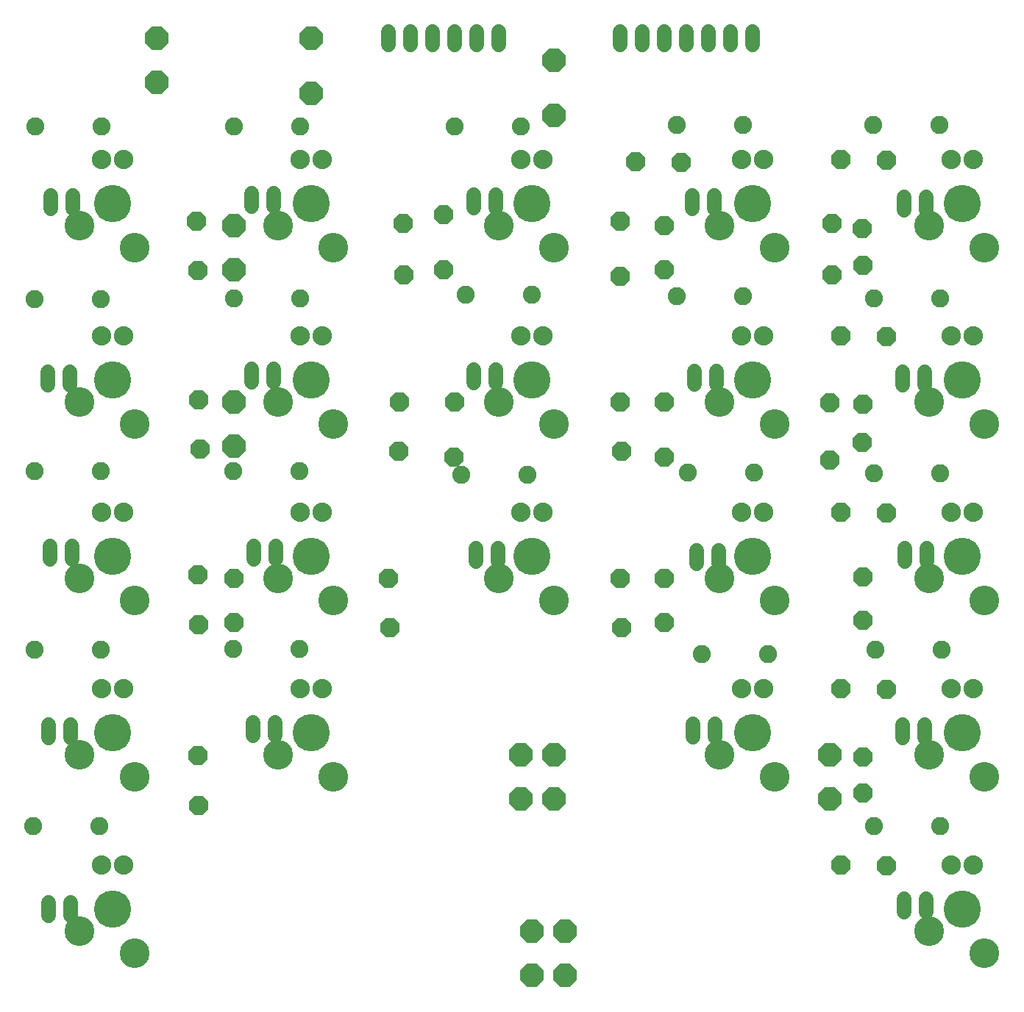
<source format=gbr>
G04 EAGLE Gerber RS-274X export*
G75*
%MOMM*%
%FSLAX34Y34*%
%LPD*%
%INSoldermask Bottom*%
%IPPOS*%
%AMOC8*
5,1,8,0,0,1.08239X$1,22.5*%
G01*
%ADD10C,1.727200*%
%ADD11C,2.082800*%
%ADD12C,4.292600*%
%ADD13C,2.235200*%
%ADD14C,3.429000*%
%ADD15P,2.384722X8X22.500000*%
%ADD16P,2.925917X8X22.500000*%


D10*
X1064260Y527050D02*
X1064260Y542290D01*
X1089660Y542290D02*
X1089660Y527050D01*
X567690Y732790D02*
X567690Y748030D01*
X593090Y748030D02*
X593090Y732790D01*
X567690Y934720D02*
X567690Y949960D01*
X593090Y949960D02*
X593090Y934720D01*
X312420Y935990D02*
X312420Y951230D01*
X337820Y951230D02*
X337820Y935990D01*
X312420Y749300D02*
X312420Y734060D01*
X337820Y734060D02*
X337820Y749300D01*
X314960Y544830D02*
X314960Y529590D01*
X340360Y529590D02*
X340360Y544830D01*
X313690Y341630D02*
X313690Y326390D01*
X339090Y326390D02*
X339090Y341630D01*
X820420Y340360D02*
X820420Y325120D01*
X845820Y325120D02*
X845820Y340360D01*
X1061720Y730250D02*
X1061720Y745490D01*
X1087120Y745490D02*
X1087120Y730250D01*
X1062990Y932180D02*
X1062990Y947420D01*
X1088390Y947420D02*
X1088390Y932180D01*
X1062990Y138430D02*
X1062990Y123190D01*
X1088390Y123190D02*
X1088390Y138430D01*
X1061720Y323850D02*
X1061720Y339090D01*
X1087120Y339090D02*
X1087120Y323850D01*
X819150Y933450D02*
X819150Y948690D01*
X844550Y948690D02*
X844550Y933450D01*
X821690Y746760D02*
X821690Y731520D01*
X847090Y731520D02*
X847090Y746760D01*
X824230Y539750D02*
X824230Y524510D01*
X849630Y524510D02*
X849630Y539750D01*
X570230Y542290D02*
X570230Y527050D01*
X595630Y527050D02*
X595630Y542290D01*
D11*
X1029970Y425450D03*
X1106170Y425450D03*
X1028700Y222250D03*
X1104900Y222250D03*
X1028700Y628650D03*
X1104900Y628650D03*
X1028700Y830580D03*
X1104900Y830580D03*
X1027430Y1029970D03*
X1103630Y1029970D03*
D12*
X1130300Y939800D03*
D13*
X1117600Y990600D03*
X1143000Y990600D03*
D14*
X1092200Y914400D03*
X1155700Y889000D03*
D12*
X381000Y533400D03*
D13*
X368300Y584200D03*
X393700Y584200D03*
D14*
X342900Y508000D03*
X406400Y482600D03*
D12*
X635000Y533400D03*
D13*
X622300Y584200D03*
X647700Y584200D03*
D14*
X596900Y508000D03*
X660400Y482600D03*
D12*
X889000Y533400D03*
D13*
X876300Y584200D03*
X901700Y584200D03*
D14*
X850900Y508000D03*
X914400Y482600D03*
D12*
X1130300Y533400D03*
D13*
X1117600Y584200D03*
X1143000Y584200D03*
D14*
X1092200Y508000D03*
X1155700Y482600D03*
D12*
X1130300Y127000D03*
D13*
X1117600Y177800D03*
X1143000Y177800D03*
D14*
X1092200Y101600D03*
X1155700Y76200D03*
D12*
X889000Y330200D03*
D13*
X876300Y381000D03*
X901700Y381000D03*
D14*
X850900Y304800D03*
X914400Y279400D03*
D12*
X1130300Y330200D03*
D13*
X1117600Y381000D03*
X1143000Y381000D03*
D14*
X1092200Y304800D03*
X1155700Y279400D03*
D12*
X1130300Y736600D03*
D13*
X1117600Y787400D03*
X1143000Y787400D03*
D14*
X1092200Y711200D03*
X1155700Y685800D03*
D12*
X381000Y330200D03*
D13*
X368300Y381000D03*
X393700Y381000D03*
D14*
X342900Y304800D03*
X406400Y279400D03*
D12*
X889000Y939800D03*
D13*
X876300Y990600D03*
X901700Y990600D03*
D14*
X850900Y914400D03*
X914400Y889000D03*
D12*
X889000Y736600D03*
D13*
X876300Y787400D03*
X901700Y787400D03*
D14*
X850900Y711200D03*
X914400Y685800D03*
D12*
X635000Y939800D03*
D13*
X622300Y990600D03*
X647700Y990600D03*
D14*
X596900Y914400D03*
X660400Y889000D03*
D12*
X635000Y736600D03*
D13*
X622300Y787400D03*
X647700Y787400D03*
D14*
X596900Y711200D03*
X660400Y685800D03*
D12*
X381000Y939800D03*
D13*
X368300Y990600D03*
X393700Y990600D03*
D14*
X342900Y914400D03*
X406400Y889000D03*
D12*
X381000Y736600D03*
D13*
X368300Y787400D03*
X393700Y787400D03*
D14*
X342900Y711200D03*
X406400Y685800D03*
D10*
X596900Y1122680D02*
X596900Y1137920D01*
X571500Y1137920D02*
X571500Y1122680D01*
X546100Y1122680D02*
X546100Y1137920D01*
X520700Y1137920D02*
X520700Y1122680D01*
X495300Y1122680D02*
X495300Y1137920D01*
X469900Y1137920D02*
X469900Y1122680D01*
X736600Y1122680D02*
X736600Y1137920D01*
X762000Y1137920D02*
X762000Y1122680D01*
X787400Y1122680D02*
X787400Y1137920D01*
X812800Y1137920D02*
X812800Y1122680D01*
X838200Y1122680D02*
X838200Y1137920D01*
X863600Y1137920D02*
X863600Y1122680D01*
X889000Y1122680D02*
X889000Y1137920D01*
D11*
X890270Y629920D03*
X814070Y629920D03*
X877570Y833120D03*
X801370Y833120D03*
X877570Y1029970D03*
X801370Y1029970D03*
X546100Y1028700D03*
X622300Y1028700D03*
X558800Y834390D03*
X635000Y834390D03*
X553720Y627380D03*
X629920Y627380D03*
X292100Y1028700D03*
X368300Y1028700D03*
X292100Y830580D03*
X368300Y830580D03*
X290830Y631190D03*
X367030Y631190D03*
X290830Y426720D03*
X367030Y426720D03*
X830580Y420370D03*
X906780Y420370D03*
D12*
X152400Y939800D03*
D13*
X139700Y990600D03*
X165100Y990600D03*
D14*
X114300Y914400D03*
X177800Y889000D03*
D10*
X81280Y933450D02*
X81280Y948690D01*
X106680Y948690D02*
X106680Y933450D01*
D11*
X63500Y1028700D03*
X139700Y1028700D03*
D12*
X152400Y736600D03*
D13*
X139700Y787400D03*
X165100Y787400D03*
D14*
X114300Y711200D03*
X177800Y685800D03*
D10*
X77470Y730250D02*
X77470Y745490D01*
X102870Y745490D02*
X102870Y730250D01*
D11*
X62230Y829310D03*
X138430Y829310D03*
D12*
X152400Y533400D03*
D13*
X139700Y584200D03*
X165100Y584200D03*
D14*
X114300Y508000D03*
X177800Y482600D03*
D10*
X80010Y529590D02*
X80010Y544830D01*
X105410Y544830D02*
X105410Y529590D01*
D11*
X62230Y631190D03*
X138430Y631190D03*
D12*
X152400Y330200D03*
D13*
X139700Y381000D03*
X165100Y381000D03*
D14*
X114300Y304800D03*
X177800Y279400D03*
D10*
X78740Y323850D02*
X78740Y339090D01*
X104140Y339090D02*
X104140Y323850D01*
D11*
X62230Y425450D03*
X138430Y425450D03*
D12*
X152400Y127000D03*
D13*
X139700Y177800D03*
X165100Y177800D03*
D14*
X114300Y101600D03*
X177800Y76200D03*
D10*
X78740Y119380D02*
X78740Y134620D01*
X104140Y134620D02*
X104140Y119380D01*
D11*
X60960Y222250D03*
X137160Y222250D03*
D15*
X544830Y647700D03*
X546100Y711200D03*
X533400Y863600D03*
X533400Y927100D03*
D16*
X292100Y914400D03*
X292100Y863600D03*
X292100Y711200D03*
X292100Y660400D03*
D15*
X292100Y508000D03*
X292100Y457200D03*
X487680Y857250D03*
X486410Y916940D03*
X736600Y919480D03*
X736600Y855980D03*
X980440Y916940D03*
X980440Y857250D03*
X737870Y654050D03*
X736600Y711200D03*
X977900Y643890D03*
X977900Y709930D03*
X482600Y711200D03*
X481330Y654050D03*
X471170Y450850D03*
X469900Y508000D03*
D16*
X635000Y101600D03*
X673100Y101600D03*
X635000Y50800D03*
X673100Y50800D03*
X381000Y1066800D03*
X381000Y1130300D03*
X203200Y1130300D03*
X203200Y1079500D03*
X660400Y1104900D03*
X660400Y1041400D03*
X622300Y254000D03*
X660400Y254000D03*
X622300Y304800D03*
X660400Y304800D03*
D15*
X737870Y450850D03*
X736600Y508000D03*
X250190Y862330D03*
X248920Y919480D03*
X252730Y656590D03*
X251460Y713740D03*
X251460Y454660D03*
X250190Y511810D03*
X251460Y246380D03*
X250190Y303530D03*
X1042670Y176530D03*
X990600Y177800D03*
X1042670Y379730D03*
X990600Y381000D03*
X1042670Y582930D03*
X990600Y584200D03*
X1042670Y786130D03*
X990600Y787400D03*
X1042670Y989330D03*
X990600Y990600D03*
X806450Y986790D03*
X754380Y988060D03*
D16*
X977900Y254000D03*
X977900Y304800D03*
D15*
X1016000Y459740D03*
X1016000Y509270D03*
X1014730Y664210D03*
X1016000Y708660D03*
X1016000Y868680D03*
X1014730Y910590D03*
X1016000Y302260D03*
X1016000Y260350D03*
X787400Y914400D03*
X787400Y863600D03*
X787400Y711200D03*
X787400Y647700D03*
X787400Y508000D03*
X787400Y457200D03*
M02*

</source>
